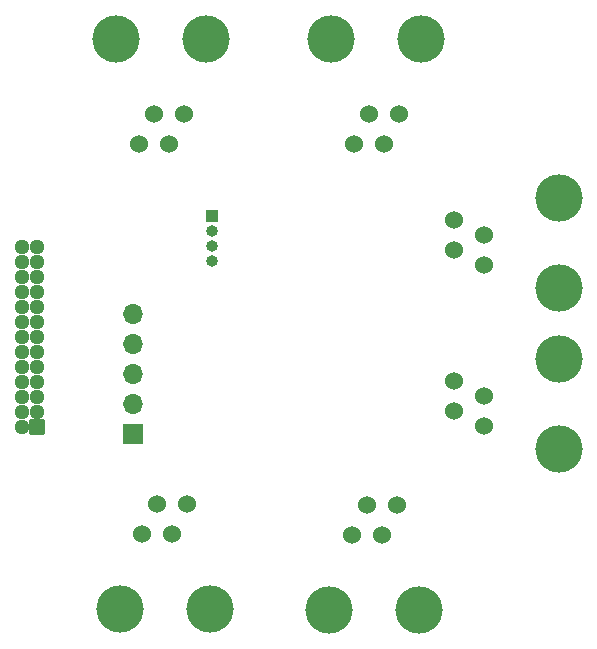
<source format=gbr>
%TF.GenerationSoftware,KiCad,Pcbnew,8.0.1-8.0.1-1~ubuntu22.04.1*%
%TF.CreationDate,2024-05-08T14:36:01-04:00*%
%TF.ProjectId,imu-splitter,696d752d-7370-46c6-9974-7465722e6b69,rev?*%
%TF.SameCoordinates,Original*%
%TF.FileFunction,Soldermask,Bot*%
%TF.FilePolarity,Negative*%
%FSLAX46Y46*%
G04 Gerber Fmt 4.6, Leading zero omitted, Abs format (unit mm)*
G04 Created by KiCad (PCBNEW 8.0.1-8.0.1-1~ubuntu22.04.1) date 2024-05-08 14:36:01*
%MOMM*%
%LPD*%
G01*
G04 APERTURE LIST*
G04 Aperture macros list*
%AMRoundRect*
0 Rectangle with rounded corners*
0 $1 Rounding radius*
0 $2 $3 $4 $5 $6 $7 $8 $9 X,Y pos of 4 corners*
0 Add a 4 corners polygon primitive as box body*
4,1,4,$2,$3,$4,$5,$6,$7,$8,$9,$2,$3,0*
0 Add four circle primitives for the rounded corners*
1,1,$1+$1,$2,$3*
1,1,$1+$1,$4,$5*
1,1,$1+$1,$6,$7*
1,1,$1+$1,$8,$9*
0 Add four rect primitives between the rounded corners*
20,1,$1+$1,$2,$3,$4,$5,0*
20,1,$1+$1,$4,$5,$6,$7,0*
20,1,$1+$1,$6,$7,$8,$9,0*
20,1,$1+$1,$8,$9,$2,$3,0*%
G04 Aperture macros list end*
%ADD10C,1.524000*%
%ADD11C,4.000000*%
%ADD12R,1.000000X1.000000*%
%ADD13O,1.000000X1.000000*%
%ADD14RoundRect,0.102000X0.545000X-0.545000X0.545000X0.545000X-0.545000X0.545000X-0.545000X-0.545000X0*%
%ADD15C,1.294000*%
%ADD16R,1.700000X1.700000*%
%ADD17O,1.700000X1.700000*%
G04 APERTURE END LIST*
D10*
%TO.C,J6*%
X182720000Y-84000000D03*
X181450000Y-86540000D03*
X180180000Y-84000000D03*
X178910000Y-86540000D03*
D11*
X184625000Y-77650000D03*
X177000000Y-77650000D03*
%TD*%
D12*
%TO.C,J8*%
X185091000Y-92676000D03*
D13*
X185091000Y-93946000D03*
X185091000Y-95216000D03*
X185091000Y-96486000D03*
%TD*%
D14*
%TO.C,J7*%
X170262500Y-110532500D03*
D15*
X168992500Y-110532500D03*
X170262500Y-109262500D03*
X168992500Y-109262500D03*
X170262500Y-107992500D03*
X168992500Y-107992500D03*
X170262500Y-106722500D03*
X168992500Y-106722500D03*
X170262500Y-105452500D03*
X168992500Y-105452500D03*
X170262500Y-104182500D03*
X168992500Y-104182500D03*
X170262500Y-102912500D03*
X168992500Y-102912500D03*
X170262500Y-101642500D03*
X168992500Y-101642500D03*
X170262500Y-100372500D03*
X168992500Y-100372500D03*
X170262500Y-99102500D03*
X168992500Y-99102500D03*
X170262500Y-97832500D03*
X168992500Y-97832500D03*
X170262500Y-96562500D03*
X168992500Y-96562500D03*
X170262500Y-95292500D03*
X168992500Y-95292500D03*
%TD*%
D10*
%TO.C,J1*%
X179190000Y-119540000D03*
X180460000Y-117000000D03*
X181730000Y-119540000D03*
X183000000Y-117000000D03*
D11*
X177285000Y-125890000D03*
X184910000Y-125890000D03*
%TD*%
D10*
%TO.C,J2*%
X196905000Y-119650000D03*
X198175000Y-117110000D03*
X199445000Y-119650000D03*
X200715000Y-117110000D03*
D11*
X195000000Y-126000000D03*
X202625000Y-126000000D03*
%TD*%
D16*
%TO.C,J9*%
X178407000Y-111075000D03*
D17*
X178407000Y-108535000D03*
X178407000Y-105995000D03*
X178407000Y-103455000D03*
X178407000Y-100915000D03*
%TD*%
D10*
%TO.C,J4*%
X208125000Y-96810000D03*
X205585000Y-95540000D03*
X208125000Y-94270000D03*
X205585000Y-93000000D03*
D11*
X214475000Y-98715000D03*
X214475000Y-91090000D03*
%TD*%
D10*
%TO.C,J3*%
X208125000Y-110440000D03*
X205585000Y-109170000D03*
X208125000Y-107900000D03*
X205585000Y-106630000D03*
D11*
X214475000Y-112345000D03*
X214475000Y-104720000D03*
%TD*%
D10*
%TO.C,J5*%
X200907500Y-84000000D03*
X199637500Y-86540000D03*
X198367500Y-84000000D03*
X197097500Y-86540000D03*
D11*
X202812500Y-77650000D03*
X195187500Y-77650000D03*
%TD*%
M02*

</source>
